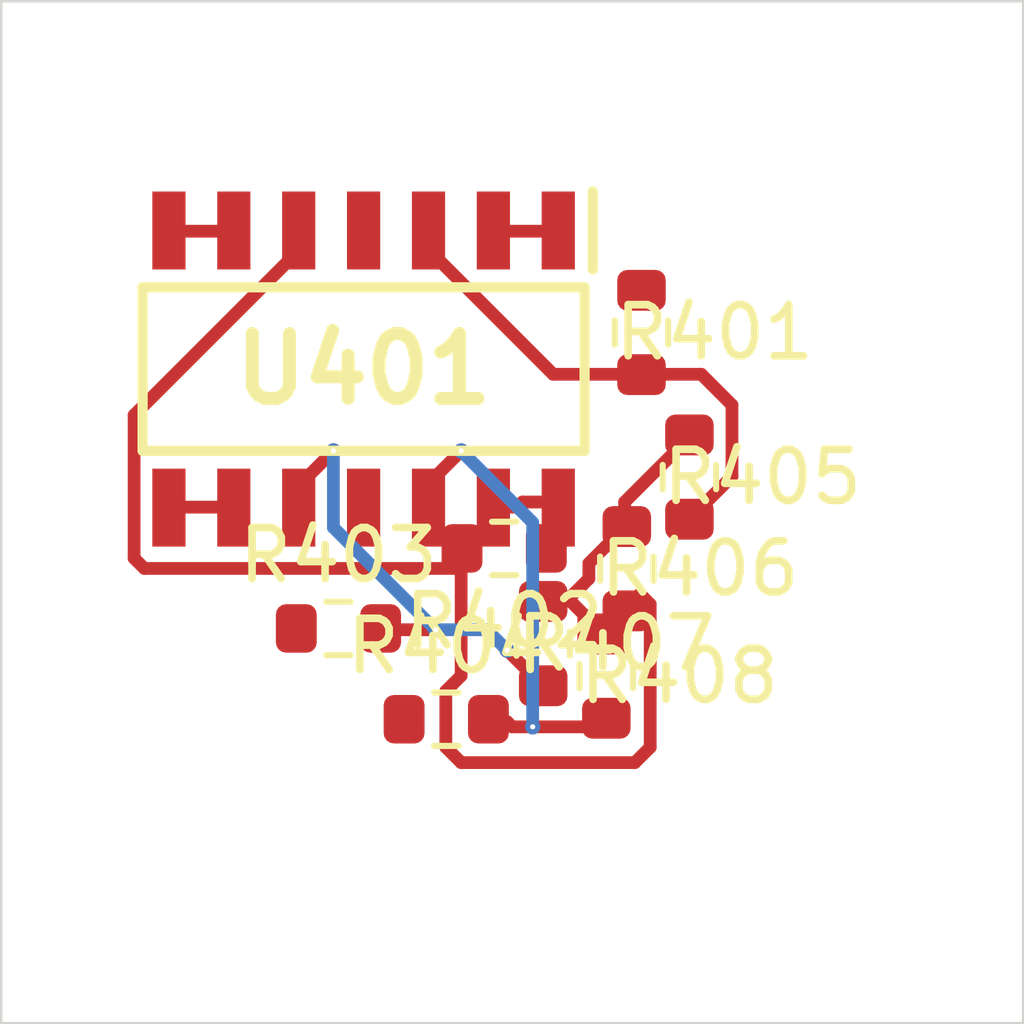
<source format=kicad_pcb>
 ( kicad_pcb  ( version 20171130 )
 ( host pcbnew 5.1.12-84ad8e8a86~92~ubuntu18.04.1 )
 ( general  ( thickness 1.6 )
 ( drawings 4 )
 ( tracks 0 )
 ( zones 0 )
 ( modules 9 )
 ( nets 14 )
)
 ( page A4 )
 ( layers  ( 0 F.Cu signal )
 ( 31 B.Cu signal )
 ( 32 B.Adhes user )
 ( 33 F.Adhes user )
 ( 34 B.Paste user )
 ( 35 F.Paste user )
 ( 36 B.SilkS user )
 ( 37 F.SilkS user )
 ( 38 B.Mask user )
 ( 39 F.Mask user )
 ( 40 Dwgs.User user )
 ( 41 Cmts.User user )
 ( 42 Eco1.User user )
 ( 43 Eco2.User user )
 ( 44 Edge.Cuts user )
 ( 45 Margin user )
 ( 46 B.CrtYd user )
 ( 47 F.CrtYd user )
 ( 48 B.Fab user )
 ( 49 F.Fab user )
)
 ( setup  ( last_trace_width 0.25 )
 ( trace_clearance 0.2 )
 ( zone_clearance 0.508 )
 ( zone_45_only no )
 ( trace_min 0.2 )
 ( via_size 0.8 )
 ( via_drill 0.4 )
 ( via_min_size 0.4 )
 ( via_min_drill 0.3 )
 ( uvia_size 0.3 )
 ( uvia_drill 0.1 )
 ( uvias_allowed no )
 ( uvia_min_size 0.2 )
 ( uvia_min_drill 0.1 )
 ( edge_width 0.05 )
 ( segment_width 0.2 )
 ( pcb_text_width 0.3 )
 ( pcb_text_size 1.5 1.5 )
 ( mod_edge_width 0.12 )
 ( mod_text_size 1 1 )
 ( mod_text_width 0.15 )
 ( pad_size 1.524 1.524 )
 ( pad_drill 0.762 )
 ( pad_to_mask_clearance 0 )
 ( aux_axis_origin 0 0 )
 ( visible_elements FFFFFF7F )
 ( pcbplotparams  ( layerselection 0x010fc_ffffffff )
 ( usegerberextensions false )
 ( usegerberattributes true )
 ( usegerberadvancedattributes true )
 ( creategerberjobfile true )
 ( excludeedgelayer true )
 ( linewidth 0.100000 )
 ( plotframeref false )
 ( viasonmask false )
 ( mode 1 )
 ( useauxorigin false )
 ( hpglpennumber 1 )
 ( hpglpenspeed 20 )
 ( hpglpendiameter 15.000000 )
 ( psnegative false )
 ( psa4output false )
 ( plotreference true )
 ( plotvalue true )
 ( plotinvisibletext false )
 ( padsonsilk false )
 ( subtractmaskfromsilk false )
 ( outputformat 1 )
 ( mirror false )
 ( drillshape 1 )
 ( scaleselection 1 )
 ( outputdirectory "" )
)
)
 ( net 0 "" )
 ( net 1 /Sheet6235D886/vp )
 ( net 2 /Sheet6248AD22/chn0 )
 ( net 3 /Sheet6248AD22/chn1 )
 ( net 4 /Sheet6248AD22/chn2 )
 ( net 5 /Sheet6248AD22/chn3 )
 ( net 6 "Net-(R401-Pad2)" )
 ( net 7 "Net-(R402-Pad2)" )
 ( net 8 "Net-(R403-Pad2)" )
 ( net 9 "Net-(R404-Pad2)" )
 ( net 10 /Sheet6248AD22/chn0_n )
 ( net 11 /Sheet6248AD22/chn1_n )
 ( net 12 /Sheet6248AD22/chn2_n )
 ( net 13 /Sheet6248AD22/chn3_n )
 ( net_class Default "This is the default net class."  ( clearance 0.2 )
 ( trace_width 0.25 )
 ( via_dia 0.8 )
 ( via_drill 0.4 )
 ( uvia_dia 0.3 )
 ( uvia_drill 0.1 )
 ( add_net /Sheet6235D886/vp )
 ( add_net /Sheet6248AD22/chn0 )
 ( add_net /Sheet6248AD22/chn0_n )
 ( add_net /Sheet6248AD22/chn1 )
 ( add_net /Sheet6248AD22/chn1_n )
 ( add_net /Sheet6248AD22/chn2 )
 ( add_net /Sheet6248AD22/chn2_n )
 ( add_net /Sheet6248AD22/chn3 )
 ( add_net /Sheet6248AD22/chn3_n )
 ( add_net "Net-(R401-Pad2)" )
 ( add_net "Net-(R402-Pad2)" )
 ( add_net "Net-(R403-Pad2)" )
 ( add_net "Net-(R404-Pad2)" )
)
 ( module Resistor_SMD:R_0603_1608Metric  ( layer F.Cu )
 ( tedit 5F68FEEE )
 ( tstamp 623425C8 )
 ( at 92.529600 106.482000 270.000000 )
 ( descr "Resistor SMD 0603 (1608 Metric), square (rectangular) end terminal, IPC_7351 nominal, (Body size source: IPC-SM-782 page 72, https://www.pcb-3d.com/wordpress/wp-content/uploads/ipc-sm-782a_amendment_1_and_2.pdf), generated with kicad-footprint-generator" )
 ( tags resistor )
 ( path /6248AD23/6249ADFD )
 ( attr smd )
 ( fp_text reference R401  ( at 0 -1.43 )
 ( layer F.SilkS )
 ( effects  ( font  ( size 1 1 )
 ( thickness 0.15 )
)
)
)
 ( fp_text value 10M  ( at 0 1.43 )
 ( layer F.Fab )
 ( effects  ( font  ( size 1 1 )
 ( thickness 0.15 )
)
)
)
 ( fp_line  ( start -0.8 0.4125 )
 ( end -0.8 -0.4125 )
 ( layer F.Fab )
 ( width 0.1 )
)
 ( fp_line  ( start -0.8 -0.4125 )
 ( end 0.8 -0.4125 )
 ( layer F.Fab )
 ( width 0.1 )
)
 ( fp_line  ( start 0.8 -0.4125 )
 ( end 0.8 0.4125 )
 ( layer F.Fab )
 ( width 0.1 )
)
 ( fp_line  ( start 0.8 0.4125 )
 ( end -0.8 0.4125 )
 ( layer F.Fab )
 ( width 0.1 )
)
 ( fp_line  ( start -0.237258 -0.5225 )
 ( end 0.237258 -0.5225 )
 ( layer F.SilkS )
 ( width 0.12 )
)
 ( fp_line  ( start -0.237258 0.5225 )
 ( end 0.237258 0.5225 )
 ( layer F.SilkS )
 ( width 0.12 )
)
 ( fp_line  ( start -1.48 0.73 )
 ( end -1.48 -0.73 )
 ( layer F.CrtYd )
 ( width 0.05 )
)
 ( fp_line  ( start -1.48 -0.73 )
 ( end 1.48 -0.73 )
 ( layer F.CrtYd )
 ( width 0.05 )
)
 ( fp_line  ( start 1.48 -0.73 )
 ( end 1.48 0.73 )
 ( layer F.CrtYd )
 ( width 0.05 )
)
 ( fp_line  ( start 1.48 0.73 )
 ( end -1.48 0.73 )
 ( layer F.CrtYd )
 ( width 0.05 )
)
 ( fp_text user %R  ( at 0 0 )
 ( layer F.Fab )
 ( effects  ( font  ( size 0.4 0.4 )
 ( thickness 0.06 )
)
)
)
 ( pad 2 smd roundrect  ( at 0.825 0 270.000000 )
 ( size 0.8 0.95 )
 ( layers F.Cu F.Mask F.Paste )
 ( roundrect_rratio 0.25 )
 ( net 6 "Net-(R401-Pad2)" )
)
 ( pad 1 smd roundrect  ( at -0.825 0 270.000000 )
 ( size 0.8 0.95 )
 ( layers F.Cu F.Mask F.Paste )
 ( roundrect_rratio 0.25 )
 ( net 10 /Sheet6248AD22/chn0_n )
)
 ( model ${KISYS3DMOD}/Resistor_SMD.3dshapes/R_0603_1608Metric.wrl  ( at  ( xyz 0 0 0 )
)
 ( scale  ( xyz 1 1 1 )
)
 ( rotate  ( xyz 0 0 0 )
)
)
)
 ( module Resistor_SMD:R_0603_1608Metric  ( layer F.Cu )
 ( tedit 5F68FEEE )
 ( tstamp 623425D9 )
 ( at 89.842200 110.708000 180.000000 )
 ( descr "Resistor SMD 0603 (1608 Metric), square (rectangular) end terminal, IPC_7351 nominal, (Body size source: IPC-SM-782 page 72, https://www.pcb-3d.com/wordpress/wp-content/uploads/ipc-sm-782a_amendment_1_and_2.pdf), generated with kicad-footprint-generator" )
 ( tags resistor )
 ( path /6248AD23/6249B75E )
 ( attr smd )
 ( fp_text reference R402  ( at 0 -1.43 )
 ( layer F.SilkS )
 ( effects  ( font  ( size 1 1 )
 ( thickness 0.15 )
)
)
)
 ( fp_text value 10M  ( at 0 1.43 )
 ( layer F.Fab )
 ( effects  ( font  ( size 1 1 )
 ( thickness 0.15 )
)
)
)
 ( fp_line  ( start 1.48 0.73 )
 ( end -1.48 0.73 )
 ( layer F.CrtYd )
 ( width 0.05 )
)
 ( fp_line  ( start 1.48 -0.73 )
 ( end 1.48 0.73 )
 ( layer F.CrtYd )
 ( width 0.05 )
)
 ( fp_line  ( start -1.48 -0.73 )
 ( end 1.48 -0.73 )
 ( layer F.CrtYd )
 ( width 0.05 )
)
 ( fp_line  ( start -1.48 0.73 )
 ( end -1.48 -0.73 )
 ( layer F.CrtYd )
 ( width 0.05 )
)
 ( fp_line  ( start -0.237258 0.5225 )
 ( end 0.237258 0.5225 )
 ( layer F.SilkS )
 ( width 0.12 )
)
 ( fp_line  ( start -0.237258 -0.5225 )
 ( end 0.237258 -0.5225 )
 ( layer F.SilkS )
 ( width 0.12 )
)
 ( fp_line  ( start 0.8 0.4125 )
 ( end -0.8 0.4125 )
 ( layer F.Fab )
 ( width 0.1 )
)
 ( fp_line  ( start 0.8 -0.4125 )
 ( end 0.8 0.4125 )
 ( layer F.Fab )
 ( width 0.1 )
)
 ( fp_line  ( start -0.8 -0.4125 )
 ( end 0.8 -0.4125 )
 ( layer F.Fab )
 ( width 0.1 )
)
 ( fp_line  ( start -0.8 0.4125 )
 ( end -0.8 -0.4125 )
 ( layer F.Fab )
 ( width 0.1 )
)
 ( fp_text user %R  ( at 0 0 )
 ( layer F.Fab )
 ( effects  ( font  ( size 0.4 0.4 )
 ( thickness 0.06 )
)
)
)
 ( pad 1 smd roundrect  ( at -0.825 0 180.000000 )
 ( size 0.8 0.95 )
 ( layers F.Cu F.Mask F.Paste )
 ( roundrect_rratio 0.25 )
 ( net 11 /Sheet6248AD22/chn1_n )
)
 ( pad 2 smd roundrect  ( at 0.825 0 180.000000 )
 ( size 0.8 0.95 )
 ( layers F.Cu F.Mask F.Paste )
 ( roundrect_rratio 0.25 )
 ( net 7 "Net-(R402-Pad2)" )
)
 ( model ${KISYS3DMOD}/Resistor_SMD.3dshapes/R_0603_1608Metric.wrl  ( at  ( xyz 0 0 0 )
)
 ( scale  ( xyz 1 1 1 )
)
 ( rotate  ( xyz 0 0 0 )
)
)
)
 ( module Resistor_SMD:R_0603_1608Metric  ( layer F.Cu )
 ( tedit 5F68FEEE )
 ( tstamp 623425EA )
 ( at 86.599100 112.274000 )
 ( descr "Resistor SMD 0603 (1608 Metric), square (rectangular) end terminal, IPC_7351 nominal, (Body size source: IPC-SM-782 page 72, https://www.pcb-3d.com/wordpress/wp-content/uploads/ipc-sm-782a_amendment_1_and_2.pdf), generated with kicad-footprint-generator" )
 ( tags resistor )
 ( path /6248AD23/6249FB7A )
 ( attr smd )
 ( fp_text reference R403  ( at 0 -1.43 )
 ( layer F.SilkS )
 ( effects  ( font  ( size 1 1 )
 ( thickness 0.15 )
)
)
)
 ( fp_text value 10M  ( at 0 1.43 )
 ( layer F.Fab )
 ( effects  ( font  ( size 1 1 )
 ( thickness 0.15 )
)
)
)
 ( fp_line  ( start 1.48 0.73 )
 ( end -1.48 0.73 )
 ( layer F.CrtYd )
 ( width 0.05 )
)
 ( fp_line  ( start 1.48 -0.73 )
 ( end 1.48 0.73 )
 ( layer F.CrtYd )
 ( width 0.05 )
)
 ( fp_line  ( start -1.48 -0.73 )
 ( end 1.48 -0.73 )
 ( layer F.CrtYd )
 ( width 0.05 )
)
 ( fp_line  ( start -1.48 0.73 )
 ( end -1.48 -0.73 )
 ( layer F.CrtYd )
 ( width 0.05 )
)
 ( fp_line  ( start -0.237258 0.5225 )
 ( end 0.237258 0.5225 )
 ( layer F.SilkS )
 ( width 0.12 )
)
 ( fp_line  ( start -0.237258 -0.5225 )
 ( end 0.237258 -0.5225 )
 ( layer F.SilkS )
 ( width 0.12 )
)
 ( fp_line  ( start 0.8 0.4125 )
 ( end -0.8 0.4125 )
 ( layer F.Fab )
 ( width 0.1 )
)
 ( fp_line  ( start 0.8 -0.4125 )
 ( end 0.8 0.4125 )
 ( layer F.Fab )
 ( width 0.1 )
)
 ( fp_line  ( start -0.8 -0.4125 )
 ( end 0.8 -0.4125 )
 ( layer F.Fab )
 ( width 0.1 )
)
 ( fp_line  ( start -0.8 0.4125 )
 ( end -0.8 -0.4125 )
 ( layer F.Fab )
 ( width 0.1 )
)
 ( fp_text user %R  ( at 0 0 )
 ( layer F.Fab )
 ( effects  ( font  ( size 0.4 0.4 )
 ( thickness 0.06 )
)
)
)
 ( pad 1 smd roundrect  ( at -0.825 0 )
 ( size 0.8 0.95 )
 ( layers F.Cu F.Mask F.Paste )
 ( roundrect_rratio 0.25 )
 ( net 12 /Sheet6248AD22/chn2_n )
)
 ( pad 2 smd roundrect  ( at 0.825 0 )
 ( size 0.8 0.95 )
 ( layers F.Cu F.Mask F.Paste )
 ( roundrect_rratio 0.25 )
 ( net 8 "Net-(R403-Pad2)" )
)
 ( model ${KISYS3DMOD}/Resistor_SMD.3dshapes/R_0603_1608Metric.wrl  ( at  ( xyz 0 0 0 )
)
 ( scale  ( xyz 1 1 1 )
)
 ( rotate  ( xyz 0 0 0 )
)
)
)
 ( module Resistor_SMD:R_0603_1608Metric  ( layer F.Cu )
 ( tedit 5F68FEEE )
 ( tstamp 623425FB )
 ( at 88.708800 114.051000 )
 ( descr "Resistor SMD 0603 (1608 Metric), square (rectangular) end terminal, IPC_7351 nominal, (Body size source: IPC-SM-782 page 72, https://www.pcb-3d.com/wordpress/wp-content/uploads/ipc-sm-782a_amendment_1_and_2.pdf), generated with kicad-footprint-generator" )
 ( tags resistor )
 ( path /6248AD23/6249FB74 )
 ( attr smd )
 ( fp_text reference R404  ( at 0 -1.43 )
 ( layer F.SilkS )
 ( effects  ( font  ( size 1 1 )
 ( thickness 0.15 )
)
)
)
 ( fp_text value 10M  ( at 0 1.43 )
 ( layer F.Fab )
 ( effects  ( font  ( size 1 1 )
 ( thickness 0.15 )
)
)
)
 ( fp_line  ( start -0.8 0.4125 )
 ( end -0.8 -0.4125 )
 ( layer F.Fab )
 ( width 0.1 )
)
 ( fp_line  ( start -0.8 -0.4125 )
 ( end 0.8 -0.4125 )
 ( layer F.Fab )
 ( width 0.1 )
)
 ( fp_line  ( start 0.8 -0.4125 )
 ( end 0.8 0.4125 )
 ( layer F.Fab )
 ( width 0.1 )
)
 ( fp_line  ( start 0.8 0.4125 )
 ( end -0.8 0.4125 )
 ( layer F.Fab )
 ( width 0.1 )
)
 ( fp_line  ( start -0.237258 -0.5225 )
 ( end 0.237258 -0.5225 )
 ( layer F.SilkS )
 ( width 0.12 )
)
 ( fp_line  ( start -0.237258 0.5225 )
 ( end 0.237258 0.5225 )
 ( layer F.SilkS )
 ( width 0.12 )
)
 ( fp_line  ( start -1.48 0.73 )
 ( end -1.48 -0.73 )
 ( layer F.CrtYd )
 ( width 0.05 )
)
 ( fp_line  ( start -1.48 -0.73 )
 ( end 1.48 -0.73 )
 ( layer F.CrtYd )
 ( width 0.05 )
)
 ( fp_line  ( start 1.48 -0.73 )
 ( end 1.48 0.73 )
 ( layer F.CrtYd )
 ( width 0.05 )
)
 ( fp_line  ( start 1.48 0.73 )
 ( end -1.48 0.73 )
 ( layer F.CrtYd )
 ( width 0.05 )
)
 ( fp_text user %R  ( at 0 0 )
 ( layer F.Fab )
 ( effects  ( font  ( size 0.4 0.4 )
 ( thickness 0.06 )
)
)
)
 ( pad 2 smd roundrect  ( at 0.825 0 )
 ( size 0.8 0.95 )
 ( layers F.Cu F.Mask F.Paste )
 ( roundrect_rratio 0.25 )
 ( net 9 "Net-(R404-Pad2)" )
)
 ( pad 1 smd roundrect  ( at -0.825 0 )
 ( size 0.8 0.95 )
 ( layers F.Cu F.Mask F.Paste )
 ( roundrect_rratio 0.25 )
 ( net 13 /Sheet6248AD22/chn3_n )
)
 ( model ${KISYS3DMOD}/Resistor_SMD.3dshapes/R_0603_1608Metric.wrl  ( at  ( xyz 0 0 0 )
)
 ( scale  ( xyz 1 1 1 )
)
 ( rotate  ( xyz 0 0 0 )
)
)
)
 ( module Resistor_SMD:R_0603_1608Metric  ( layer F.Cu )
 ( tedit 5F68FEEE )
 ( tstamp 6234260C )
 ( at 93.467700 109.312000 270.000000 )
 ( descr "Resistor SMD 0603 (1608 Metric), square (rectangular) end terminal, IPC_7351 nominal, (Body size source: IPC-SM-782 page 72, https://www.pcb-3d.com/wordpress/wp-content/uploads/ipc-sm-782a_amendment_1_and_2.pdf), generated with kicad-footprint-generator" )
 ( tags resistor )
 ( path /6248AD23/62497F62 )
 ( attr smd )
 ( fp_text reference R405  ( at 0 -1.43 )
 ( layer F.SilkS )
 ( effects  ( font  ( size 1 1 )
 ( thickness 0.15 )
)
)
)
 ( fp_text value 750k  ( at 0 1.43 )
 ( layer F.Fab )
 ( effects  ( font  ( size 1 1 )
 ( thickness 0.15 )
)
)
)
 ( fp_line  ( start -0.8 0.4125 )
 ( end -0.8 -0.4125 )
 ( layer F.Fab )
 ( width 0.1 )
)
 ( fp_line  ( start -0.8 -0.4125 )
 ( end 0.8 -0.4125 )
 ( layer F.Fab )
 ( width 0.1 )
)
 ( fp_line  ( start 0.8 -0.4125 )
 ( end 0.8 0.4125 )
 ( layer F.Fab )
 ( width 0.1 )
)
 ( fp_line  ( start 0.8 0.4125 )
 ( end -0.8 0.4125 )
 ( layer F.Fab )
 ( width 0.1 )
)
 ( fp_line  ( start -0.237258 -0.5225 )
 ( end 0.237258 -0.5225 )
 ( layer F.SilkS )
 ( width 0.12 )
)
 ( fp_line  ( start -0.237258 0.5225 )
 ( end 0.237258 0.5225 )
 ( layer F.SilkS )
 ( width 0.12 )
)
 ( fp_line  ( start -1.48 0.73 )
 ( end -1.48 -0.73 )
 ( layer F.CrtYd )
 ( width 0.05 )
)
 ( fp_line  ( start -1.48 -0.73 )
 ( end 1.48 -0.73 )
 ( layer F.CrtYd )
 ( width 0.05 )
)
 ( fp_line  ( start 1.48 -0.73 )
 ( end 1.48 0.73 )
 ( layer F.CrtYd )
 ( width 0.05 )
)
 ( fp_line  ( start 1.48 0.73 )
 ( end -1.48 0.73 )
 ( layer F.CrtYd )
 ( width 0.05 )
)
 ( fp_text user %R  ( at 0 0 )
 ( layer F.Fab )
 ( effects  ( font  ( size 0.4 0.4 )
 ( thickness 0.06 )
)
)
)
 ( pad 2 smd roundrect  ( at 0.825 0 270.000000 )
 ( size 0.8 0.95 )
 ( layers F.Cu F.Mask F.Paste )
 ( roundrect_rratio 0.25 )
 ( net 6 "Net-(R401-Pad2)" )
)
 ( pad 1 smd roundrect  ( at -0.825 0 270.000000 )
 ( size 0.8 0.95 )
 ( layers F.Cu F.Mask F.Paste )
 ( roundrect_rratio 0.25 )
 ( net 1 /Sheet6235D886/vp )
)
 ( model ${KISYS3DMOD}/Resistor_SMD.3dshapes/R_0603_1608Metric.wrl  ( at  ( xyz 0 0 0 )
)
 ( scale  ( xyz 1 1 1 )
)
 ( rotate  ( xyz 0 0 0 )
)
)
)
 ( module Resistor_SMD:R_0603_1608Metric  ( layer F.Cu )
 ( tedit 5F68FEEE )
 ( tstamp 6234261D )
 ( at 92.242200 111.105000 270.000000 )
 ( descr "Resistor SMD 0603 (1608 Metric), square (rectangular) end terminal, IPC_7351 nominal, (Body size source: IPC-SM-782 page 72, https://www.pcb-3d.com/wordpress/wp-content/uploads/ipc-sm-782a_amendment_1_and_2.pdf), generated with kicad-footprint-generator" )
 ( tags resistor )
 ( path /6248AD23/62499098 )
 ( attr smd )
 ( fp_text reference R406  ( at 0 -1.43 )
 ( layer F.SilkS )
 ( effects  ( font  ( size 1 1 )
 ( thickness 0.15 )
)
)
)
 ( fp_text value 750k  ( at 0 1.43 )
 ( layer F.Fab )
 ( effects  ( font  ( size 1 1 )
 ( thickness 0.15 )
)
)
)
 ( fp_line  ( start 1.48 0.73 )
 ( end -1.48 0.73 )
 ( layer F.CrtYd )
 ( width 0.05 )
)
 ( fp_line  ( start 1.48 -0.73 )
 ( end 1.48 0.73 )
 ( layer F.CrtYd )
 ( width 0.05 )
)
 ( fp_line  ( start -1.48 -0.73 )
 ( end 1.48 -0.73 )
 ( layer F.CrtYd )
 ( width 0.05 )
)
 ( fp_line  ( start -1.48 0.73 )
 ( end -1.48 -0.73 )
 ( layer F.CrtYd )
 ( width 0.05 )
)
 ( fp_line  ( start -0.237258 0.5225 )
 ( end 0.237258 0.5225 )
 ( layer F.SilkS )
 ( width 0.12 )
)
 ( fp_line  ( start -0.237258 -0.5225 )
 ( end 0.237258 -0.5225 )
 ( layer F.SilkS )
 ( width 0.12 )
)
 ( fp_line  ( start 0.8 0.4125 )
 ( end -0.8 0.4125 )
 ( layer F.Fab )
 ( width 0.1 )
)
 ( fp_line  ( start 0.8 -0.4125 )
 ( end 0.8 0.4125 )
 ( layer F.Fab )
 ( width 0.1 )
)
 ( fp_line  ( start -0.8 -0.4125 )
 ( end 0.8 -0.4125 )
 ( layer F.Fab )
 ( width 0.1 )
)
 ( fp_line  ( start -0.8 0.4125 )
 ( end -0.8 -0.4125 )
 ( layer F.Fab )
 ( width 0.1 )
)
 ( fp_text user %R  ( at 0 0 )
 ( layer F.Fab )
 ( effects  ( font  ( size 0.4 0.4 )
 ( thickness 0.06 )
)
)
)
 ( pad 1 smd roundrect  ( at -0.825 0 270.000000 )
 ( size 0.8 0.95 )
 ( layers F.Cu F.Mask F.Paste )
 ( roundrect_rratio 0.25 )
 ( net 1 /Sheet6235D886/vp )
)
 ( pad 2 smd roundrect  ( at 0.825 0 270.000000 )
 ( size 0.8 0.95 )
 ( layers F.Cu F.Mask F.Paste )
 ( roundrect_rratio 0.25 )
 ( net 7 "Net-(R402-Pad2)" )
)
 ( model ${KISYS3DMOD}/Resistor_SMD.3dshapes/R_0603_1608Metric.wrl  ( at  ( xyz 0 0 0 )
)
 ( scale  ( xyz 1 1 1 )
)
 ( rotate  ( xyz 0 0 0 )
)
)
)
 ( module Resistor_SMD:R_0603_1608Metric  ( layer F.Cu )
 ( tedit 5F68FEEE )
 ( tstamp 6234262E )
 ( at 90.605900 112.571000 270.000000 )
 ( descr "Resistor SMD 0603 (1608 Metric), square (rectangular) end terminal, IPC_7351 nominal, (Body size source: IPC-SM-782 page 72, https://www.pcb-3d.com/wordpress/wp-content/uploads/ipc-sm-782a_amendment_1_and_2.pdf), generated with kicad-footprint-generator" )
 ( tags resistor )
 ( path /6248AD23/624A0FFB )
 ( attr smd )
 ( fp_text reference R407  ( at 0 -1.43 )
 ( layer F.SilkS )
 ( effects  ( font  ( size 1 1 )
 ( thickness 0.15 )
)
)
)
 ( fp_text value 1.5M  ( at 0 1.43 )
 ( layer F.Fab )
 ( effects  ( font  ( size 1 1 )
 ( thickness 0.15 )
)
)
)
 ( fp_line  ( start 1.48 0.73 )
 ( end -1.48 0.73 )
 ( layer F.CrtYd )
 ( width 0.05 )
)
 ( fp_line  ( start 1.48 -0.73 )
 ( end 1.48 0.73 )
 ( layer F.CrtYd )
 ( width 0.05 )
)
 ( fp_line  ( start -1.48 -0.73 )
 ( end 1.48 -0.73 )
 ( layer F.CrtYd )
 ( width 0.05 )
)
 ( fp_line  ( start -1.48 0.73 )
 ( end -1.48 -0.73 )
 ( layer F.CrtYd )
 ( width 0.05 )
)
 ( fp_line  ( start -0.237258 0.5225 )
 ( end 0.237258 0.5225 )
 ( layer F.SilkS )
 ( width 0.12 )
)
 ( fp_line  ( start -0.237258 -0.5225 )
 ( end 0.237258 -0.5225 )
 ( layer F.SilkS )
 ( width 0.12 )
)
 ( fp_line  ( start 0.8 0.4125 )
 ( end -0.8 0.4125 )
 ( layer F.Fab )
 ( width 0.1 )
)
 ( fp_line  ( start 0.8 -0.4125 )
 ( end 0.8 0.4125 )
 ( layer F.Fab )
 ( width 0.1 )
)
 ( fp_line  ( start -0.8 -0.4125 )
 ( end 0.8 -0.4125 )
 ( layer F.Fab )
 ( width 0.1 )
)
 ( fp_line  ( start -0.8 0.4125 )
 ( end -0.8 -0.4125 )
 ( layer F.Fab )
 ( width 0.1 )
)
 ( fp_text user %R  ( at 0 0 )
 ( layer F.Fab )
 ( effects  ( font  ( size 0.4 0.4 )
 ( thickness 0.06 )
)
)
)
 ( pad 1 smd roundrect  ( at -0.825 0 270.000000 )
 ( size 0.8 0.95 )
 ( layers F.Cu F.Mask F.Paste )
 ( roundrect_rratio 0.25 )
 ( net 1 /Sheet6235D886/vp )
)
 ( pad 2 smd roundrect  ( at 0.825 0 270.000000 )
 ( size 0.8 0.95 )
 ( layers F.Cu F.Mask F.Paste )
 ( roundrect_rratio 0.25 )
 ( net 8 "Net-(R403-Pad2)" )
)
 ( model ${KISYS3DMOD}/Resistor_SMD.3dshapes/R_0603_1608Metric.wrl  ( at  ( xyz 0 0 0 )
)
 ( scale  ( xyz 1 1 1 )
)
 ( rotate  ( xyz 0 0 0 )
)
)
)
 ( module Resistor_SMD:R_0603_1608Metric  ( layer F.Cu )
 ( tedit 5F68FEEE )
 ( tstamp 6234263F )
 ( at 91.841500 113.207000 270.000000 )
 ( descr "Resistor SMD 0603 (1608 Metric), square (rectangular) end terminal, IPC_7351 nominal, (Body size source: IPC-SM-782 page 72, https://www.pcb-3d.com/wordpress/wp-content/uploads/ipc-sm-782a_amendment_1_and_2.pdf), generated with kicad-footprint-generator" )
 ( tags resistor )
 ( path /6248AD23/624A093C )
 ( attr smd )
 ( fp_text reference R408  ( at 0 -1.43 )
 ( layer F.SilkS )
 ( effects  ( font  ( size 1 1 )
 ( thickness 0.15 )
)
)
)
 ( fp_text value 1.5M  ( at 0 1.43 )
 ( layer F.Fab )
 ( effects  ( font  ( size 1 1 )
 ( thickness 0.15 )
)
)
)
 ( fp_line  ( start -0.8 0.4125 )
 ( end -0.8 -0.4125 )
 ( layer F.Fab )
 ( width 0.1 )
)
 ( fp_line  ( start -0.8 -0.4125 )
 ( end 0.8 -0.4125 )
 ( layer F.Fab )
 ( width 0.1 )
)
 ( fp_line  ( start 0.8 -0.4125 )
 ( end 0.8 0.4125 )
 ( layer F.Fab )
 ( width 0.1 )
)
 ( fp_line  ( start 0.8 0.4125 )
 ( end -0.8 0.4125 )
 ( layer F.Fab )
 ( width 0.1 )
)
 ( fp_line  ( start -0.237258 -0.5225 )
 ( end 0.237258 -0.5225 )
 ( layer F.SilkS )
 ( width 0.12 )
)
 ( fp_line  ( start -0.237258 0.5225 )
 ( end 0.237258 0.5225 )
 ( layer F.SilkS )
 ( width 0.12 )
)
 ( fp_line  ( start -1.48 0.73 )
 ( end -1.48 -0.73 )
 ( layer F.CrtYd )
 ( width 0.05 )
)
 ( fp_line  ( start -1.48 -0.73 )
 ( end 1.48 -0.73 )
 ( layer F.CrtYd )
 ( width 0.05 )
)
 ( fp_line  ( start 1.48 -0.73 )
 ( end 1.48 0.73 )
 ( layer F.CrtYd )
 ( width 0.05 )
)
 ( fp_line  ( start 1.48 0.73 )
 ( end -1.48 0.73 )
 ( layer F.CrtYd )
 ( width 0.05 )
)
 ( fp_text user %R  ( at 0 0 )
 ( layer F.Fab )
 ( effects  ( font  ( size 0.4 0.4 )
 ( thickness 0.06 )
)
)
)
 ( pad 2 smd roundrect  ( at 0.825 0 270.000000 )
 ( size 0.8 0.95 )
 ( layers F.Cu F.Mask F.Paste )
 ( roundrect_rratio 0.25 )
 ( net 9 "Net-(R404-Pad2)" )
)
 ( pad 1 smd roundrect  ( at -0.825 0 270.000000 )
 ( size 0.8 0.95 )
 ( layers F.Cu F.Mask F.Paste )
 ( roundrect_rratio 0.25 )
 ( net 1 /Sheet6235D886/vp )
)
 ( model ${KISYS3DMOD}/Resistor_SMD.3dshapes/R_0603_1608Metric.wrl  ( at  ( xyz 0 0 0 )
)
 ( scale  ( xyz 1 1 1 )
)
 ( rotate  ( xyz 0 0 0 )
)
)
)
 ( module TL074HIDR:SOIC127P600X175-14N locked  ( layer F.Cu )
 ( tedit 62336F37 )
 ( tstamp 62342709 )
 ( at 87.091000 107.198000 270.000000 )
 ( descr "D (-R-PDSO-G14)" )
 ( tags "Integrated Circuit" )
 ( path /6248AD23/624976B2 )
 ( attr smd )
 ( fp_text reference U401  ( at 0 0 )
 ( layer F.SilkS )
 ( effects  ( font  ( size 1.27 1.27 )
 ( thickness 0.254 )
)
)
)
 ( fp_text value TL074  ( at 0 0 )
 ( layer F.SilkS )
hide  ( effects  ( font  ( size 1.27 1.27 )
 ( thickness 0.254 )
)
)
)
 ( fp_line  ( start -3.725 -4.625 )
 ( end 3.725 -4.625 )
 ( layer Dwgs.User )
 ( width 0.05 )
)
 ( fp_line  ( start 3.725 -4.625 )
 ( end 3.725 4.625 )
 ( layer Dwgs.User )
 ( width 0.05 )
)
 ( fp_line  ( start 3.725 4.625 )
 ( end -3.725 4.625 )
 ( layer Dwgs.User )
 ( width 0.05 )
)
 ( fp_line  ( start -3.725 4.625 )
 ( end -3.725 -4.625 )
 ( layer Dwgs.User )
 ( width 0.05 )
)
 ( fp_line  ( start -1.95 -4.325 )
 ( end 1.95 -4.325 )
 ( layer Dwgs.User )
 ( width 0.1 )
)
 ( fp_line  ( start 1.95 -4.325 )
 ( end 1.95 4.325 )
 ( layer Dwgs.User )
 ( width 0.1 )
)
 ( fp_line  ( start 1.95 4.325 )
 ( end -1.95 4.325 )
 ( layer Dwgs.User )
 ( width 0.1 )
)
 ( fp_line  ( start -1.95 4.325 )
 ( end -1.95 -4.325 )
 ( layer Dwgs.User )
 ( width 0.1 )
)
 ( fp_line  ( start -1.95 -3.055 )
 ( end -0.68 -4.325 )
 ( layer Dwgs.User )
 ( width 0.1 )
)
 ( fp_line  ( start -1.6 -4.325 )
 ( end 1.6 -4.325 )
 ( layer F.SilkS )
 ( width 0.2 )
)
 ( fp_line  ( start 1.6 -4.325 )
 ( end 1.6 4.325 )
 ( layer F.SilkS )
 ( width 0.2 )
)
 ( fp_line  ( start 1.6 4.325 )
 ( end -1.6 4.325 )
 ( layer F.SilkS )
 ( width 0.2 )
)
 ( fp_line  ( start -1.6 4.325 )
 ( end -1.6 -4.325 )
 ( layer F.SilkS )
 ( width 0.2 )
)
 ( fp_line  ( start -3.475 -4.485 )
 ( end -1.95 -4.485 )
 ( layer F.SilkS )
 ( width 0.2 )
)
 ( pad 1 smd rect  ( at -2.712 -3.81 )
 ( size 0.65 1.525 )
 ( layers F.Cu F.Mask F.Paste )
 ( net 2 /Sheet6248AD22/chn0 )
)
 ( pad 2 smd rect  ( at -2.712 -2.54 )
 ( size 0.65 1.525 )
 ( layers F.Cu F.Mask F.Paste )
 ( net 2 /Sheet6248AD22/chn0 )
)
 ( pad 3 smd rect  ( at -2.712 -1.27 )
 ( size 0.65 1.525 )
 ( layers F.Cu F.Mask F.Paste )
 ( net 6 "Net-(R401-Pad2)" )
)
 ( pad 4 smd rect  ( at -2.712 0 )
 ( size 0.65 1.525 )
 ( layers F.Cu F.Mask F.Paste )
)
 ( pad 5 smd rect  ( at -2.712 1.27 )
 ( size 0.65 1.525 )
 ( layers F.Cu F.Mask F.Paste )
 ( net 7 "Net-(R402-Pad2)" )
)
 ( pad 6 smd rect  ( at -2.712 2.54 )
 ( size 0.65 1.525 )
 ( layers F.Cu F.Mask F.Paste )
 ( net 3 /Sheet6248AD22/chn1 )
)
 ( pad 7 smd rect  ( at -2.712 3.81 )
 ( size 0.65 1.525 )
 ( layers F.Cu F.Mask F.Paste )
 ( net 3 /Sheet6248AD22/chn1 )
)
 ( pad 8 smd rect  ( at 2.712 3.81 )
 ( size 0.65 1.525 )
 ( layers F.Cu F.Mask F.Paste )
 ( net 4 /Sheet6248AD22/chn2 )
)
 ( pad 9 smd rect  ( at 2.712 2.54 )
 ( size 0.65 1.525 )
 ( layers F.Cu F.Mask F.Paste )
 ( net 4 /Sheet6248AD22/chn2 )
)
 ( pad 10 smd rect  ( at 2.712 1.27 )
 ( size 0.65 1.525 )
 ( layers F.Cu F.Mask F.Paste )
 ( net 8 "Net-(R403-Pad2)" )
)
 ( pad 11 smd rect  ( at 2.712 0 )
 ( size 0.65 1.525 )
 ( layers F.Cu F.Mask F.Paste )
)
 ( pad 12 smd rect  ( at 2.712 -1.27 )
 ( size 0.65 1.525 )
 ( layers F.Cu F.Mask F.Paste )
 ( net 9 "Net-(R404-Pad2)" )
)
 ( pad 13 smd rect  ( at 2.712 -2.54 )
 ( size 0.65 1.525 )
 ( layers F.Cu F.Mask F.Paste )
 ( net 5 /Sheet6248AD22/chn3 )
)
 ( pad 14 smd rect  ( at 2.712 -3.81 )
 ( size 0.65 1.525 )
 ( layers F.Cu F.Mask F.Paste )
 ( net 5 /Sheet6248AD22/chn3 )
)
)
 ( gr_line  ( start 100 100 )
 ( end 100 120 )
 ( layer Edge.Cuts )
 ( width 0.05 )
 ( tstamp 62E76D2A )
)
 ( gr_line  ( start 80 120 )
 ( end 100 120 )
 ( layer Edge.Cuts )
 ( width 0.05 )
 ( tstamp 62E76D27 )
)
 ( gr_line  ( start 80 100 )
 ( end 80 120 )
 ( layer Edge.Cuts )
 ( width 0.05 )
 ( tstamp 6234110C )
)
 ( gr_line  ( start 80 100 )
 ( end 100 100 )
 ( layer Edge.Cuts )
 ( width 0.05 )
)
 ( segment  ( start 92.200001 110.300002 )
 ( end 92.200001 109.800002 )
 ( width 0.250000 )
 ( layer F.Cu )
 ( net 1 )
)
 ( segment  ( start 92.200001 109.800002 )
 ( end 93.500001 108.500002 )
 ( width 0.250000 )
 ( layer F.Cu )
 ( net 1 )
)
 ( segment  ( start 90.600001 111.700002 )
 ( end 91.100001 111.700002 )
 ( width 0.250000 )
 ( layer F.Cu )
 ( net 1 )
)
 ( segment  ( start 91.100001 111.700002 )
 ( end 91.500001 111.300002 )
 ( width 0.250000 )
 ( layer F.Cu )
 ( net 1 )
)
 ( segment  ( start 91.500001 111.300002 )
 ( end 91.500001 111.000002 )
 ( width 0.250000 )
 ( layer F.Cu )
 ( net 1 )
)
 ( segment  ( start 91.500001 111.000002 )
 ( end 92.200001 110.300002 )
 ( width 0.250000 )
 ( layer F.Cu )
 ( net 1 )
)
 ( segment  ( start 91.800001 112.400002 )
 ( end 91.600001 112.600002 )
 ( width 0.250000 )
 ( layer F.Cu )
 ( net 1 )
)
 ( segment  ( start 91.600001 112.600002 )
 ( end 91.500001 112.600002 )
 ( width 0.250000 )
 ( layer F.Cu )
 ( net 1 )
)
 ( segment  ( start 91.500001 112.600002 )
 ( end 91.400001 112.500002 )
 ( width 0.250000 )
 ( layer F.Cu )
 ( net 1 )
)
 ( segment  ( start 91.400001 112.500002 )
 ( end 91.400001 112.000002 )
 ( width 0.250000 )
 ( layer F.Cu )
 ( net 1 )
)
 ( segment  ( start 91.400001 112.000002 )
 ( end 91.100001 111.700002 )
 ( width 0.250000 )
 ( layer F.Cu )
 ( net 1 )
)
 ( segment  ( start 89.600001 104.500002 )
 ( end 90.900001 104.500002 )
 ( width 0.250000 )
 ( layer F.Cu )
 ( net 2 )
)
 ( segment  ( start 83.300001 104.500002 )
 ( end 84.600001 104.500002 )
 ( width 0.250000 )
 ( layer F.Cu )
 ( net 3 )
)
 ( segment  ( start 84.600001 109.900002 )
 ( end 83.300001 109.900002 )
 ( width 0.250000 )
 ( layer F.Cu )
 ( net 4 )
)
 ( segment  ( start 90.900001 109.900002 )
 ( end 90.800001 109.800002 )
 ( width 0.250000 )
 ( layer F.Cu )
 ( net 5 )
)
 ( segment  ( start 90.800001 109.800002 )
 ( end 90.200001 109.800002 )
 ( width 0.250000 )
 ( layer F.Cu )
 ( net 5 )
)
 ( segment  ( start 90.200001 109.800002 )
 ( end 90.100001 109.900002 )
 ( width 0.250000 )
 ( layer F.Cu )
 ( net 5 )
)
 ( segment  ( start 90.100001 109.900002 )
 ( end 89.600001 109.900002 )
 ( width 0.250000 )
 ( layer F.Cu )
 ( net 5 )
)
 ( segment  ( start 93.500001 110.100002 )
 ( end 94.300001 109.300002 )
 ( width 0.250000 )
 ( layer F.Cu )
 ( net 6 )
)
 ( segment  ( start 94.300001 109.300002 )
 ( end 94.300001 107.900002 )
 ( width 0.250000 )
 ( layer F.Cu )
 ( net 6 )
)
 ( segment  ( start 94.300001 107.900002 )
 ( end 93.700001 107.300002 )
 ( width 0.250000 )
 ( layer F.Cu )
 ( net 6 )
)
 ( segment  ( start 93.700001 107.300002 )
 ( end 92.500001 107.300002 )
 ( width 0.250000 )
 ( layer F.Cu )
 ( net 6 )
)
 ( segment  ( start 88.400001 104.500002 )
 ( end 88.400001 104.900002 )
 ( width 0.250000 )
 ( layer F.Cu )
 ( net 6 )
)
 ( segment  ( start 88.400001 104.900002 )
 ( end 90.800001 107.300002 )
 ( width 0.250000 )
 ( layer F.Cu )
 ( net 6 )
)
 ( segment  ( start 90.800001 107.300002 )
 ( end 92.500001 107.300002 )
 ( width 0.250000 )
 ( layer F.Cu )
 ( net 6 )
)
 ( segment  ( start 92.200001 111.900002 )
 ( end 92.500001 111.600002 )
 ( width 0.250000 )
 ( layer F.Cu )
 ( net 7 )
)
 ( segment  ( start 92.500001 111.600002 )
 ( end 92.700001 111.800002 )
 ( width 0.250000 )
 ( layer F.Cu )
 ( net 7 )
)
 ( segment  ( start 92.700001 111.800002 )
 ( end 92.700001 114.600002 )
 ( width 0.250000 )
 ( layer F.Cu )
 ( net 7 )
)
 ( segment  ( start 92.700001 114.600002 )
 ( end 92.400001 114.900002 )
 ( width 0.250000 )
 ( layer F.Cu )
 ( net 7 )
)
 ( segment  ( start 92.400001 114.900002 )
 ( end 89.000001 114.900002 )
 ( width 0.250000 )
 ( layer F.Cu )
 ( net 7 )
)
 ( segment  ( start 89.000001 114.900002 )
 ( end 88.700001 114.600002 )
 ( width 0.250000 )
 ( layer F.Cu )
 ( net 7 )
)
 ( segment  ( start 88.700001 114.600002 )
 ( end 88.700001 113.500002 )
 ( width 0.250000 )
 ( layer F.Cu )
 ( net 7 )
)
 ( segment  ( start 88.700001 113.500002 )
 ( end 89.000001 113.200002 )
 ( width 0.250000 )
 ( layer F.Cu )
 ( net 7 )
)
 ( segment  ( start 89.000001 113.200002 )
 ( end 89.000001 110.700002 )
 ( width 0.250000 )
 ( layer F.Cu )
 ( net 7 )
)
 ( segment  ( start 85.800001 104.500002 )
 ( end 85.800001 104.900002 )
 ( width 0.250000 )
 ( layer F.Cu )
 ( net 7 )
)
 ( segment  ( start 85.800001 104.900002 )
 ( end 82.600001 108.100002 )
 ( width 0.250000 )
 ( layer F.Cu )
 ( net 7 )
)
 ( segment  ( start 82.600001 108.100002 )
 ( end 82.600001 110.900002 )
 ( width 0.250000 )
 ( layer F.Cu )
 ( net 7 )
)
 ( segment  ( start 82.600001 110.900002 )
 ( end 82.800001 111.100002 )
 ( width 0.250000 )
 ( layer F.Cu )
 ( net 7 )
)
 ( segment  ( start 82.800001 111.100002 )
 ( end 89.000001 111.100002 )
 ( width 0.250000 )
 ( layer F.Cu )
 ( net 7 )
)
 ( segment  ( start 90.600001 113.400002 )
 ( end 89.900001 112.700002 )
 ( width 0.250000 )
 ( layer F.Cu )
 ( net 8 )
)
 ( segment  ( start 89.900001 112.700002 )
 ( end 89.500001 112.300002 )
 ( width 0.250000 )
 ( layer B.Cu )
 ( net 8 )
)
 ( segment  ( start 89.500001 112.300002 )
 ( end 88.500001 112.300002 )
 ( width 0.250000 )
 ( layer B.Cu )
 ( net 8 )
)
 ( segment  ( start 88.500001 112.300002 )
 ( end 87.400001 112.300002 )
 ( width 0.250000 )
 ( layer F.Cu )
 ( net 8 )
)
 ( segment  ( start 85.800001 109.900002 )
 ( end 85.800001 109.500002 )
 ( width 0.250000 )
 ( layer F.Cu )
 ( net 8 )
)
 ( segment  ( start 85.800001 109.500002 )
 ( end 86.500001 108.800002 )
 ( width 0.250000 )
 ( layer F.Cu )
 ( net 8 )
)
 ( segment  ( start 86.500001 108.800002 )
 ( end 86.500001 110.300002 )
 ( width 0.250000 )
 ( layer B.Cu )
 ( net 8 )
)
 ( segment  ( start 86.500001 110.300002 )
 ( end 88.500001 112.300002 )
 ( width 0.250000 )
 ( layer B.Cu )
 ( net 8 )
)
 ( via micro  ( at 89.900001 112.700002 )
 ( size 0.300000 )
 ( drill 0.100000 )
 ( layers F.Cu B.Cu )
 ( net 8 )
)
 ( via micro  ( at 88.500001 112.300002 )
 ( size 0.300000 )
 ( drill 0.100000 )
 ( layers F.Cu B.Cu )
 ( net 8 )
)
 ( via micro  ( at 86.500001 108.800002 )
 ( size 0.300000 )
 ( drill 0.100000 )
 ( layers F.Cu B.Cu )
 ( net 8 )
)
 ( segment  ( start 91.800001 114.000002 )
 ( end 91.600001 114.200002 )
 ( width 0.250000 )
 ( layer F.Cu )
 ( net 9 )
)
 ( segment  ( start 91.600001 114.200002 )
 ( end 90.000001 114.200002 )
 ( width 0.250000 )
 ( layer F.Cu )
 ( net 9 )
)
 ( segment  ( start 90.000001 114.200002 )
 ( end 89.900001 114.100002 )
 ( width 0.250000 )
 ( layer F.Cu )
 ( net 9 )
)
 ( segment  ( start 89.900001 114.100002 )
 ( end 89.500001 114.100002 )
 ( width 0.250000 )
 ( layer F.Cu )
 ( net 9 )
)
 ( segment  ( start 88.400001 109.900002 )
 ( end 88.400001 109.400002 )
 ( width 0.250000 )
 ( layer F.Cu )
 ( net 9 )
)
 ( segment  ( start 88.400001 109.400002 )
 ( end 89.000001 108.800002 )
 ( width 0.250000 )
 ( layer F.Cu )
 ( net 9 )
)
 ( segment  ( start 89.000001 108.800002 )
 ( end 90.400001 110.200002 )
 ( width 0.250000 )
 ( layer B.Cu )
 ( net 9 )
)
 ( segment  ( start 90.400001 110.200002 )
 ( end 90.400001 114.200002 )
 ( width 0.250000 )
 ( layer B.Cu )
 ( net 9 )
)
 ( via micro  ( at 89.000001 108.800002 )
 ( size 0.300000 )
 ( drill 0.100000 )
 ( layers F.Cu B.Cu )
 ( net 9 )
)
 ( via micro  ( at 90.400001 114.200002 )
 ( size 0.300000 )
 ( drill 0.100000 )
 ( layers F.Cu B.Cu )
 ( net 9 )
)
)

</source>
